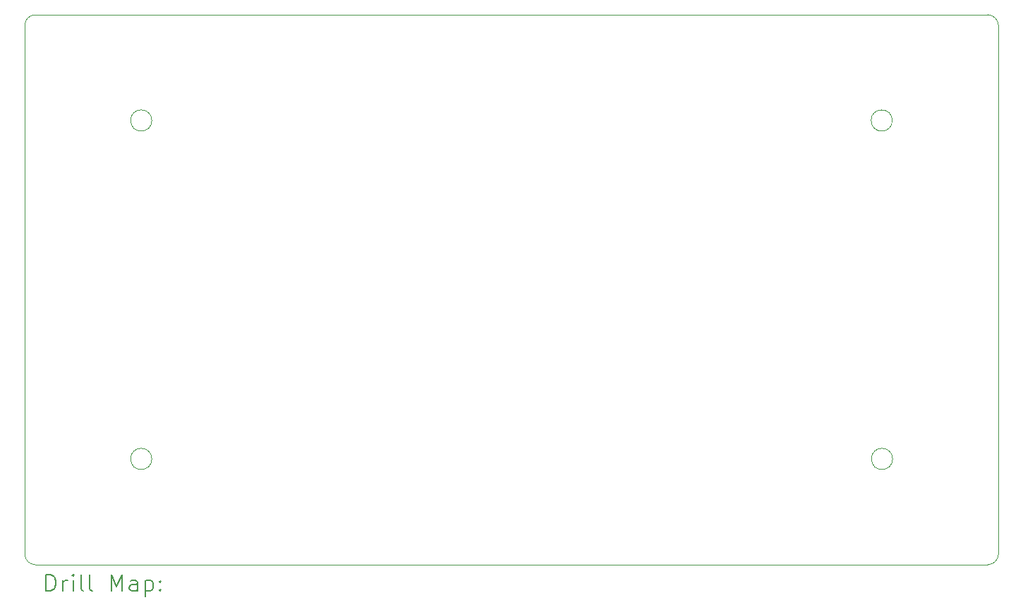
<source format=gbr>
%TF.GenerationSoftware,KiCad,Pcbnew,7.0.10-7.0.10~ubuntu22.04.1*%
%TF.CreationDate,2024-01-06T14:48:30-05:00*%
%TF.ProjectId,Teensy41_DualMotor,5465656e-7379-4343-915f-4475616c4d6f,1*%
%TF.SameCoordinates,Original*%
%TF.FileFunction,Drillmap*%
%TF.FilePolarity,Positive*%
%FSLAX45Y45*%
G04 Gerber Fmt 4.5, Leading zero omitted, Abs format (unit mm)*
G04 Created by KiCad (PCBNEW 7.0.10-7.0.10~ubuntu22.04.1) date 2024-01-06 14:48:30*
%MOMM*%
%LPD*%
G01*
G04 APERTURE LIST*
%ADD10C,0.100000*%
%ADD11C,0.200000*%
G04 APERTURE END LIST*
D10*
X14097772Y-8254972D02*
G75*
G03*
X13970000Y-8128000I-131772J-4828D01*
G01*
X12827000Y-13462000D02*
G75*
G03*
X12573000Y-13462000I-127000J0D01*
G01*
X12573000Y-13462000D02*
G75*
G03*
X12827000Y-13462000I127000J0D01*
G01*
X2413000Y-14554200D02*
X2413000Y-14605000D01*
X12823462Y-9398000D02*
G75*
G03*
X12569462Y-9398000I-127000J0D01*
G01*
X12569462Y-9398000D02*
G75*
G03*
X12823462Y-9398000I127000J0D01*
G01*
X13970000Y-8128000D02*
X2540000Y-8128000D01*
X2540000Y-14732000D02*
X13970000Y-14732000D01*
X13970000Y-14732000D02*
G75*
G03*
X14097000Y-14605000I0J127000D01*
G01*
X2413000Y-8255000D02*
X2413000Y-14554200D01*
X2540000Y-8128000D02*
G75*
G03*
X2413000Y-8255000I0J-127000D01*
G01*
X3937000Y-13462000D02*
G75*
G03*
X3683000Y-13462000I-127000J0D01*
G01*
X3683000Y-13462000D02*
G75*
G03*
X3937000Y-13462000I127000J0D01*
G01*
X2413000Y-14605000D02*
G75*
G03*
X2540000Y-14732000I127000J0D01*
G01*
X3937000Y-9398000D02*
G75*
G03*
X3683000Y-9398000I-127000J0D01*
G01*
X3683000Y-9398000D02*
G75*
G03*
X3937000Y-9398000I127000J0D01*
G01*
X14097000Y-14605000D02*
X14097000Y-8255000D01*
D11*
X2668777Y-15048484D02*
X2668777Y-14848484D01*
X2668777Y-14848484D02*
X2716396Y-14848484D01*
X2716396Y-14848484D02*
X2744967Y-14858008D01*
X2744967Y-14858008D02*
X2764015Y-14877055D01*
X2764015Y-14877055D02*
X2773539Y-14896103D01*
X2773539Y-14896103D02*
X2783063Y-14934198D01*
X2783063Y-14934198D02*
X2783063Y-14962769D01*
X2783063Y-14962769D02*
X2773539Y-15000865D01*
X2773539Y-15000865D02*
X2764015Y-15019912D01*
X2764015Y-15019912D02*
X2744967Y-15038960D01*
X2744967Y-15038960D02*
X2716396Y-15048484D01*
X2716396Y-15048484D02*
X2668777Y-15048484D01*
X2868777Y-15048484D02*
X2868777Y-14915150D01*
X2868777Y-14953246D02*
X2878301Y-14934198D01*
X2878301Y-14934198D02*
X2887824Y-14924674D01*
X2887824Y-14924674D02*
X2906872Y-14915150D01*
X2906872Y-14915150D02*
X2925920Y-14915150D01*
X2992586Y-15048484D02*
X2992586Y-14915150D01*
X2992586Y-14848484D02*
X2983062Y-14858008D01*
X2983062Y-14858008D02*
X2992586Y-14867531D01*
X2992586Y-14867531D02*
X3002110Y-14858008D01*
X3002110Y-14858008D02*
X2992586Y-14848484D01*
X2992586Y-14848484D02*
X2992586Y-14867531D01*
X3116396Y-15048484D02*
X3097348Y-15038960D01*
X3097348Y-15038960D02*
X3087824Y-15019912D01*
X3087824Y-15019912D02*
X3087824Y-14848484D01*
X3221158Y-15048484D02*
X3202110Y-15038960D01*
X3202110Y-15038960D02*
X3192586Y-15019912D01*
X3192586Y-15019912D02*
X3192586Y-14848484D01*
X3449729Y-15048484D02*
X3449729Y-14848484D01*
X3449729Y-14848484D02*
X3516396Y-14991341D01*
X3516396Y-14991341D02*
X3583062Y-14848484D01*
X3583062Y-14848484D02*
X3583062Y-15048484D01*
X3764015Y-15048484D02*
X3764015Y-14943722D01*
X3764015Y-14943722D02*
X3754491Y-14924674D01*
X3754491Y-14924674D02*
X3735443Y-14915150D01*
X3735443Y-14915150D02*
X3697348Y-14915150D01*
X3697348Y-14915150D02*
X3678301Y-14924674D01*
X3764015Y-15038960D02*
X3744967Y-15048484D01*
X3744967Y-15048484D02*
X3697348Y-15048484D01*
X3697348Y-15048484D02*
X3678301Y-15038960D01*
X3678301Y-15038960D02*
X3668777Y-15019912D01*
X3668777Y-15019912D02*
X3668777Y-15000865D01*
X3668777Y-15000865D02*
X3678301Y-14981817D01*
X3678301Y-14981817D02*
X3697348Y-14972293D01*
X3697348Y-14972293D02*
X3744967Y-14972293D01*
X3744967Y-14972293D02*
X3764015Y-14962769D01*
X3859253Y-14915150D02*
X3859253Y-15115150D01*
X3859253Y-14924674D02*
X3878301Y-14915150D01*
X3878301Y-14915150D02*
X3916396Y-14915150D01*
X3916396Y-14915150D02*
X3935443Y-14924674D01*
X3935443Y-14924674D02*
X3944967Y-14934198D01*
X3944967Y-14934198D02*
X3954491Y-14953246D01*
X3954491Y-14953246D02*
X3954491Y-15010388D01*
X3954491Y-15010388D02*
X3944967Y-15029436D01*
X3944967Y-15029436D02*
X3935443Y-15038960D01*
X3935443Y-15038960D02*
X3916396Y-15048484D01*
X3916396Y-15048484D02*
X3878301Y-15048484D01*
X3878301Y-15048484D02*
X3859253Y-15038960D01*
X4040205Y-15029436D02*
X4049729Y-15038960D01*
X4049729Y-15038960D02*
X4040205Y-15048484D01*
X4040205Y-15048484D02*
X4030682Y-15038960D01*
X4030682Y-15038960D02*
X4040205Y-15029436D01*
X4040205Y-15029436D02*
X4040205Y-15048484D01*
X4040205Y-14924674D02*
X4049729Y-14934198D01*
X4049729Y-14934198D02*
X4040205Y-14943722D01*
X4040205Y-14943722D02*
X4030682Y-14934198D01*
X4030682Y-14934198D02*
X4040205Y-14924674D01*
X4040205Y-14924674D02*
X4040205Y-14943722D01*
M02*

</source>
